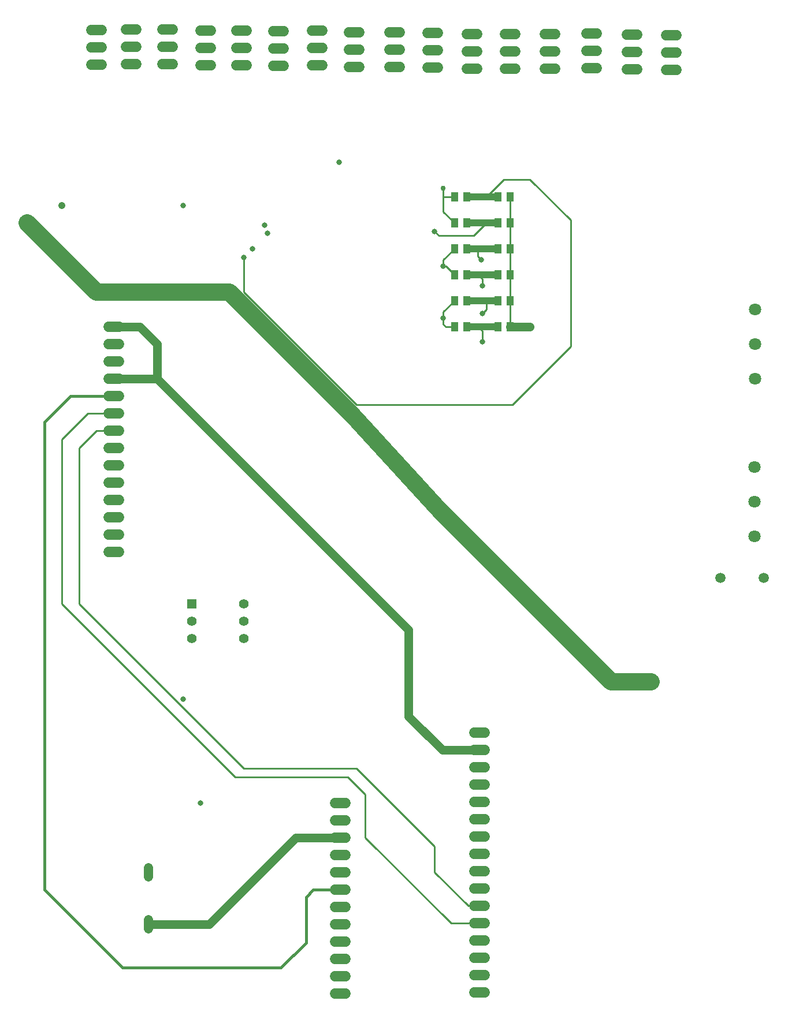
<source format=gbr>
G04 EAGLE Gerber RS-274X export*
G75*
%MOMM*%
%FSLAX34Y34*%
%LPD*%
%INBottom Copper*%
%IPPOS*%
%AMOC8*
5,1,8,0,0,1.08239X$1,22.5*%
G01*
G04 Define Apertures*
%ADD10C,1.524000*%
%ADD11R,1.031200X1.420200*%
%ADD12C,1.320800*%
%ADD13C,1.800000*%
%ADD14R,1.408000X1.408000*%
%ADD15C,1.408000*%
%ADD16C,0.806400*%
%ADD17C,0.254000*%
%ADD18C,1.056400*%
%ADD19C,0.756400*%
%ADD20C,1.500000*%
%ADD21C,1.270000*%
%ADD22C,0.406400*%
%ADD23C,1.016000*%
%ADD24C,2.540000*%
D10*
X83820Y917945D02*
X68580Y917945D01*
X68580Y943345D02*
X83820Y943345D01*
X83820Y968745D02*
X68580Y968745D01*
X561340Y913640D02*
X576580Y913640D01*
X576580Y939040D02*
X561340Y939040D01*
X561340Y964440D02*
X576580Y964440D01*
X618490Y911860D02*
X633730Y911860D01*
X633730Y937260D02*
X618490Y937260D01*
X618490Y962660D02*
X633730Y962660D01*
X674370Y911860D02*
X689610Y911860D01*
X689610Y937260D02*
X674370Y937260D01*
X674370Y962660D02*
X689610Y962660D01*
X732790Y911860D02*
X748030Y911860D01*
X748030Y937260D02*
X732790Y937260D01*
X732790Y962660D02*
X748030Y962660D01*
X793750Y912370D02*
X808990Y912370D01*
X808990Y937770D02*
X793750Y937770D01*
X793750Y963170D02*
X808990Y963170D01*
X853440Y910590D02*
X868680Y910590D01*
X868680Y935990D02*
X853440Y935990D01*
X853440Y961390D02*
X868680Y961390D01*
X910953Y910219D02*
X926193Y910219D01*
X926193Y935619D02*
X910953Y935619D01*
X910953Y961019D02*
X926193Y961019D01*
X109220Y533400D02*
X93980Y533400D01*
X93980Y508000D02*
X109220Y508000D01*
X109220Y482600D02*
X93980Y482600D01*
X93980Y457200D02*
X109220Y457200D01*
X109220Y431800D02*
X93980Y431800D01*
X93980Y406400D02*
X109220Y406400D01*
X109220Y381000D02*
X93980Y381000D01*
X93980Y355600D02*
X109220Y355600D01*
X109220Y330200D02*
X93980Y330200D01*
X93980Y304800D02*
X109220Y304800D01*
X109220Y279400D02*
X93980Y279400D01*
X93980Y254000D02*
X109220Y254000D01*
X109220Y228600D02*
X93980Y228600D01*
X93980Y203200D02*
X109220Y203200D01*
X425450Y-165100D02*
X440690Y-165100D01*
X440690Y-190500D02*
X425450Y-190500D01*
X425450Y-215900D02*
X440690Y-215900D01*
X440690Y-241300D02*
X425450Y-241300D01*
X425450Y-266700D02*
X440690Y-266700D01*
X440690Y-292100D02*
X425450Y-292100D01*
X425450Y-317500D02*
X440690Y-317500D01*
X440690Y-342900D02*
X425450Y-342900D01*
X425450Y-368300D02*
X440690Y-368300D01*
X440690Y-393700D02*
X425450Y-393700D01*
X425450Y-419100D02*
X440690Y-419100D01*
X440690Y-444500D02*
X425450Y-444500D01*
X629920Y-62230D02*
X645160Y-62230D01*
X645160Y-87630D02*
X629920Y-87630D01*
X629920Y-113030D02*
X645160Y-113030D01*
X645160Y-138430D02*
X629920Y-138430D01*
X629920Y-163830D02*
X645160Y-163830D01*
X645160Y-189230D02*
X629920Y-189230D01*
X629920Y-214630D02*
X645160Y-214630D01*
X645160Y-240030D02*
X629920Y-240030D01*
X629920Y-265430D02*
X645160Y-265430D01*
X645160Y-290830D02*
X629920Y-290830D01*
X629920Y-316230D02*
X645160Y-316230D01*
X645160Y-341630D02*
X629920Y-341630D01*
X629920Y-367030D02*
X645160Y-367030D01*
X645160Y-392430D02*
X629920Y-392430D01*
X629920Y-417830D02*
X645160Y-417830D01*
X645160Y-443230D02*
X629920Y-443230D01*
X134620Y918210D02*
X119380Y918210D01*
X119380Y943610D02*
X134620Y943610D01*
X134620Y969010D02*
X119380Y969010D01*
X172720Y918210D02*
X187960Y918210D01*
X187960Y943610D02*
X172720Y943610D01*
X172720Y969010D02*
X187960Y969010D01*
X228600Y916940D02*
X243840Y916940D01*
X243840Y942340D02*
X228600Y942340D01*
X228600Y967740D02*
X243840Y967740D01*
X280670Y916940D02*
X295910Y916940D01*
X295910Y942340D02*
X280670Y942340D01*
X280670Y967740D02*
X295910Y967740D01*
X335280Y915670D02*
X350520Y915670D01*
X350520Y941070D02*
X335280Y941070D01*
X335280Y966470D02*
X350520Y966470D01*
X391414Y916940D02*
X406654Y916940D01*
X406654Y942340D02*
X391414Y942340D01*
X391414Y967740D02*
X406654Y967740D01*
X445770Y914400D02*
X461010Y914400D01*
X461010Y939800D02*
X445770Y939800D01*
X445770Y965200D02*
X461010Y965200D01*
X505460Y914400D02*
X520700Y914400D01*
X520700Y939800D02*
X505460Y939800D01*
X505460Y965200D02*
X520700Y965200D01*
D11*
X600405Y533400D03*
X618795Y533400D03*
X600405Y571500D03*
X618795Y571500D03*
X600405Y609600D03*
X618795Y609600D03*
X600405Y647700D03*
X618795Y647700D03*
X600405Y685800D03*
X618795Y685800D03*
X600405Y723900D03*
X618795Y723900D03*
X663905Y533400D03*
X682295Y533400D03*
X663905Y571500D03*
X682295Y571500D03*
X663905Y609600D03*
X682295Y609600D03*
X663905Y647700D03*
X682295Y647700D03*
X663905Y685800D03*
X682295Y685800D03*
X663905Y723900D03*
X682295Y723900D03*
D12*
X152400Y-260096D02*
X152400Y-273304D01*
X152400Y-336296D02*
X152400Y-349504D01*
D13*
X1041400Y558800D03*
X1041400Y508000D03*
X1041400Y457200D03*
X1040130Y327660D03*
X1040130Y276860D03*
X1040130Y226060D03*
D14*
X215900Y127000D03*
D15*
X215900Y101600D03*
X215900Y76200D03*
X292100Y76200D03*
X292100Y101600D03*
X292100Y127000D03*
D16*
X203200Y711200D03*
X322580Y681990D03*
D17*
X587705Y533400D02*
X600405Y533400D01*
X587705Y533400D02*
X584200Y536905D01*
X584200Y546100D01*
D16*
X584200Y546100D03*
D17*
X584200Y555295D02*
X600405Y571500D01*
X584200Y555295D02*
X584200Y546100D01*
X600405Y609600D02*
X587705Y622300D01*
X584200Y622300D01*
D16*
X584200Y622300D03*
D17*
X584200Y631495D02*
X600405Y647700D01*
X584200Y631495D02*
X584200Y622300D01*
X584200Y723900D02*
X600405Y723900D01*
X584200Y702005D02*
X600405Y685800D01*
X584200Y702005D02*
X584200Y723900D01*
D16*
X228600Y-165100D03*
X431800Y774700D03*
D18*
X25400Y711200D03*
D17*
X584200Y723900D02*
X584200Y736600D01*
D19*
X584200Y736600D03*
D20*
X1054100Y165100D03*
X990600Y165100D03*
D21*
X711200Y533400D02*
X682295Y533400D01*
D16*
X711200Y533400D03*
D17*
X682295Y685800D02*
X682295Y723900D01*
X682295Y685800D02*
X682295Y647700D01*
X682295Y609600D01*
X682295Y571500D01*
X682295Y533400D01*
D16*
X203200Y-12700D03*
D21*
X533400Y88900D02*
X165100Y457200D01*
X101600Y457200D01*
X533400Y88900D02*
X533400Y-38100D01*
X582930Y-87630D01*
X637540Y-87630D01*
X165100Y457200D02*
X165100Y508000D01*
X139700Y533400D01*
X101600Y533400D01*
D22*
X0Y-292100D02*
X114300Y-406400D01*
X0Y-292100D02*
X0Y393700D01*
X38100Y431800D01*
X101600Y431800D01*
X114300Y-406400D02*
X346145Y-406400D01*
X382721Y-369824D01*
X382721Y-330200D02*
X382721Y-328676D01*
X382721Y-330200D02*
X382721Y-369824D01*
X382721Y-328676D02*
X382721Y-303079D01*
X393700Y-292100D01*
X433070Y-292100D01*
D17*
X595630Y-341630D02*
X637540Y-341630D01*
X595630Y-341630D02*
X469900Y-215900D01*
X469900Y-152400D01*
X444500Y-127000D01*
X279400Y-127000D01*
X25400Y127000D01*
X25400Y368300D01*
X63500Y406400D01*
X101600Y406400D01*
X101600Y381000D02*
X76200Y381000D01*
X50800Y355600D01*
X50800Y127000D01*
X292100Y-114300D01*
X457200Y-114300D01*
X571500Y-228600D01*
X571500Y-266700D01*
X621030Y-316230D01*
X637540Y-316230D01*
D21*
X241300Y-342900D02*
X152400Y-342900D01*
X241300Y-342900D02*
X368300Y-215900D01*
X433070Y-215900D01*
D16*
X326390Y670560D03*
X304800Y647700D03*
D23*
X635000Y533400D02*
X663905Y533400D01*
X635000Y533400D02*
X618795Y533400D01*
D17*
X635000Y533400D02*
X641350Y527050D01*
D16*
X641350Y511080D03*
D17*
X641350Y527050D01*
D23*
X647700Y571500D02*
X663905Y571500D01*
X647700Y571500D02*
X618795Y571500D01*
D17*
X647700Y571500D02*
X647700Y558800D01*
X641350Y552450D01*
D16*
X641350Y552450D03*
D23*
X635000Y609600D02*
X618795Y609600D01*
X635000Y609600D02*
X663905Y609600D01*
D17*
X641350Y603250D02*
X635000Y609600D01*
X641350Y603250D02*
X641350Y593090D01*
D16*
X641350Y593090D03*
D23*
X635000Y647700D02*
X618795Y647700D01*
X635000Y647700D02*
X663905Y647700D01*
D17*
X635000Y647700D02*
X635000Y636270D01*
X640080Y631190D01*
D16*
X640080Y631190D03*
D23*
X647700Y685800D02*
X618795Y685800D01*
X647700Y685800D02*
X663905Y685800D01*
D17*
X647700Y685800D02*
X628650Y666750D01*
X577850Y666750D01*
X571500Y673100D01*
D16*
X571500Y673100D03*
D23*
X618795Y723900D02*
X647700Y723900D01*
X663905Y723900D01*
D17*
X770890Y504190D02*
X685800Y419100D01*
X457200Y419100D01*
X292100Y584200D01*
X292100Y635000D01*
D16*
X292100Y635000D03*
D17*
X647700Y723900D02*
X673100Y749300D01*
X770890Y689613D02*
X770890Y504190D01*
X770890Y689613D02*
X711203Y749300D01*
X673100Y749300D01*
D20*
X-25400Y685800D03*
D24*
X76200Y584200D01*
X450782Y403606D02*
X579966Y262815D01*
X270188Y584200D02*
X76200Y584200D01*
X270188Y584200D02*
X450782Y403606D01*
X579966Y262815D02*
X830081Y12700D01*
X889000Y12700D01*
D20*
X889000Y12700D03*
M02*

</source>
